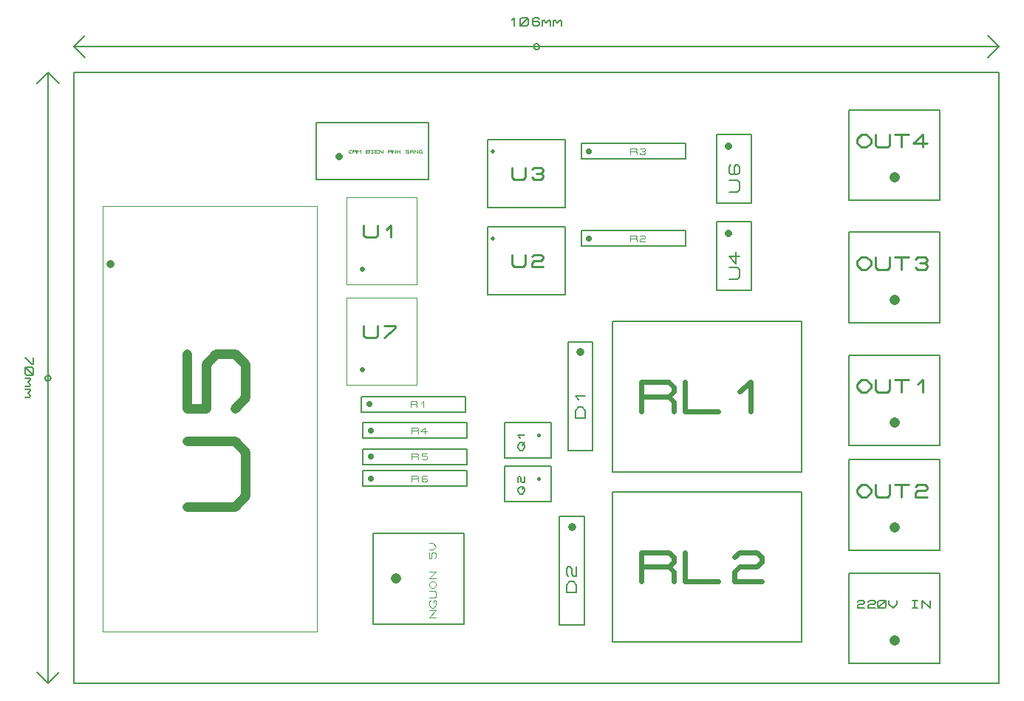
<source format=gbr>
G04 PROTEUS RS274X GERBER FILE*
%FSLAX45Y45*%
%MOMM*%
G01*
%ADD71C,0.203200*%
%ADD30C,0.711200*%
%ADD31C,0.110230*%
%ADD32C,0.406400*%
%ADD33C,0.127000*%
%ADD34C,0.557730*%
%ADD35C,0.914400*%
%ADD36C,0.186690*%
%ADD37C,1.219200*%
%ADD38C,0.238760*%
%ADD39C,0.139330*%
%ADD40C,0.812800*%
%ADD41C,0.055990*%
%ADD42C,0.050000*%
%ADD43C,1.112210*%
%ADD44C,0.122420*%
%ADD45C,0.508000*%
%ADD46C,0.226060*%
%ADD47C,0.194730*%
%ADD25C,0.100000*%
%ADD48C,0.600000*%
%ADD49C,0.227000*%
D71*
X-1888900Y-838900D02*
X-695100Y-838900D01*
X-695100Y-661100D01*
X-1888900Y-661100D01*
X-1888900Y-838900D01*
D30*
X-1800000Y-750000D02*
X-1800000Y-750000D01*
D31*
X-1328982Y-783071D02*
X-1328982Y-716930D01*
X-1266975Y-716930D01*
X-1254573Y-727953D01*
X-1254573Y-738977D01*
X-1266975Y-750000D01*
X-1328982Y-750000D01*
X-1266975Y-750000D02*
X-1254573Y-761024D01*
X-1254573Y-783071D01*
X-1155361Y-727953D02*
X-1167763Y-716930D01*
X-1204967Y-716930D01*
X-1217369Y-727953D01*
X-1217369Y-772048D01*
X-1204967Y-783071D01*
X-1167763Y-783071D01*
X-1155361Y-772048D01*
X-1155361Y-761024D01*
X-1167763Y-750000D01*
X-1217369Y-750000D01*
D71*
X-1888900Y-588900D02*
X-695100Y-588900D01*
X-695100Y-411100D01*
X-1888900Y-411100D01*
X-1888900Y-588900D01*
D30*
X-1800000Y-500000D02*
X-1800000Y-500000D01*
D31*
X-1328982Y-533071D02*
X-1328982Y-466930D01*
X-1266975Y-466930D01*
X-1254573Y-477953D01*
X-1254573Y-488977D01*
X-1266975Y-500000D01*
X-1328982Y-500000D01*
X-1266975Y-500000D02*
X-1254573Y-511024D01*
X-1254573Y-533071D01*
X-1155361Y-466930D02*
X-1217369Y-466930D01*
X-1217369Y-488977D01*
X-1167763Y-488977D01*
X-1155361Y-500000D01*
X-1155361Y-522048D01*
X-1167763Y-533071D01*
X-1204967Y-533071D01*
X-1217369Y-522048D01*
D71*
X-264160Y-514160D02*
X+264160Y-514160D01*
X+264160Y-112840D01*
X-264160Y-112840D01*
X-264160Y-514160D01*
D32*
X+127000Y-250000D02*
X+127000Y-250000D01*
D33*
X-91440Y-427800D02*
X-116840Y-399225D01*
X-116840Y-370650D01*
X-91440Y-342075D01*
X-66040Y-342075D01*
X-40640Y-370650D01*
X-40640Y-399225D01*
X-66040Y-427800D01*
X-91440Y-427800D01*
X-66040Y-370650D02*
X-40640Y-342075D01*
X-91440Y-284925D02*
X-116840Y-256350D01*
X-40640Y-256350D01*
D71*
X-264160Y-1014160D02*
X+264160Y-1014160D01*
X+264160Y-612840D01*
X-264160Y-612840D01*
X-264160Y-1014160D01*
D32*
X+127000Y-750000D02*
X+127000Y-750000D01*
D33*
X-91440Y-927800D02*
X-116840Y-899225D01*
X-116840Y-870650D01*
X-91440Y-842075D01*
X-66040Y-842075D01*
X-40640Y-870650D01*
X-40640Y-899225D01*
X-66040Y-927800D01*
X-91440Y-927800D01*
X-66040Y-870650D02*
X-40640Y-842075D01*
X-104140Y-799213D02*
X-116840Y-784925D01*
X-116840Y-742063D01*
X-104140Y-727775D01*
X-91440Y-727775D01*
X-78740Y-742063D01*
X-78740Y-784925D01*
X-66040Y-799213D01*
X-40640Y-799213D01*
X-40640Y-727775D01*
D71*
X+966840Y-673160D02*
X+3137160Y-673160D01*
X+3137160Y+1047160D01*
X+966840Y+1047160D01*
X+966840Y-673160D01*
D34*
X+1299062Y+19680D02*
X+1299062Y+354320D01*
X+1612786Y+354320D01*
X+1675531Y+298547D01*
X+1675531Y+242773D01*
X+1612786Y+187000D01*
X+1299062Y+187000D01*
X+1612786Y+187000D02*
X+1675531Y+131227D01*
X+1675531Y+19680D01*
X+1801021Y+354320D02*
X+1801021Y+19680D01*
X+2177490Y+19680D01*
X+2428469Y+242773D02*
X+2553959Y+354320D01*
X+2553959Y+19680D01*
D71*
X+966840Y-2623160D02*
X+3137160Y-2623160D01*
X+3137160Y-902840D01*
X+966840Y-902840D01*
X+966840Y-2623160D01*
D34*
X+1299062Y-1930320D02*
X+1299062Y-1595680D01*
X+1612786Y-1595680D01*
X+1675531Y-1651453D01*
X+1675531Y-1707227D01*
X+1612786Y-1763000D01*
X+1299062Y-1763000D01*
X+1612786Y-1763000D02*
X+1675531Y-1818773D01*
X+1675531Y-1930320D01*
X+1801021Y-1595680D02*
X+1801021Y-1930320D01*
X+2177490Y-1930320D01*
X+2365724Y-1651453D02*
X+2428469Y-1595680D01*
X+2616704Y-1595680D01*
X+2679449Y-1651453D01*
X+2679449Y-1707227D01*
X+2616704Y-1763000D01*
X+2428469Y-1763000D01*
X+2365724Y-1818773D01*
X+2365724Y-1930320D01*
X+2679449Y-1930320D01*
D71*
X+457760Y-430300D02*
X+744780Y-430300D01*
X+744780Y+814300D01*
X+457760Y+814300D01*
X+457760Y-430300D01*
D35*
X+600000Y+700000D02*
X+600000Y+700000D01*
D36*
X+657277Y-56031D02*
X+545263Y-56031D01*
X+545263Y+27979D01*
X+582601Y+69984D01*
X+619939Y+69984D01*
X+657277Y+27979D01*
X+657277Y-56031D01*
X+582601Y+153995D02*
X+545263Y+196000D01*
X+657277Y+196000D01*
D71*
X+357760Y-2430300D02*
X+644780Y-2430300D01*
X+644780Y-1185700D01*
X+357760Y-1185700D01*
X+357760Y-2430300D01*
D35*
X+500000Y-1300000D02*
X+500000Y-1300000D01*
D36*
X+557277Y-2056031D02*
X+445263Y-2056031D01*
X+445263Y-1972021D01*
X+482601Y-1930016D01*
X+519939Y-1930016D01*
X+557277Y-1972021D01*
X+557277Y-2056031D01*
X+463932Y-1867008D02*
X+445263Y-1846005D01*
X+445263Y-1782997D01*
X+463932Y-1761995D01*
X+482601Y-1761995D01*
X+501270Y-1782997D01*
X+501270Y-1846005D01*
X+519939Y-1867008D01*
X+557277Y-1867008D01*
X+557277Y-1761995D01*
D71*
X+3681840Y-372160D02*
X+4718160Y-372160D01*
X+4718160Y+664160D01*
X+3681840Y+664160D01*
X+3681840Y-372160D01*
D37*
X+4200000Y-108000D02*
X+4200000Y-108000D01*
D38*
X+3770232Y+332436D02*
X+3823953Y+380188D01*
X+3877674Y+380188D01*
X+3931395Y+332436D01*
X+3931395Y+284684D01*
X+3877674Y+236932D01*
X+3823953Y+236932D01*
X+3770232Y+284684D01*
X+3770232Y+332436D01*
X+3985116Y+380188D02*
X+3985116Y+260808D01*
X+4011976Y+236932D01*
X+4119418Y+236932D01*
X+4146279Y+260808D01*
X+4146279Y+380188D01*
X+4200000Y+380188D02*
X+4361163Y+380188D01*
X+4280581Y+380188D02*
X+4280581Y+236932D01*
X+4468605Y+332436D02*
X+4522326Y+380188D01*
X+4522326Y+236932D01*
D71*
X+3681840Y-1572160D02*
X+4718160Y-1572160D01*
X+4718160Y-535840D01*
X+3681840Y-535840D01*
X+3681840Y-1572160D01*
D37*
X+4200000Y-1308000D02*
X+4200000Y-1308000D01*
D38*
X+3770232Y-867564D02*
X+3823953Y-819812D01*
X+3877674Y-819812D01*
X+3931395Y-867564D01*
X+3931395Y-915316D01*
X+3877674Y-963068D01*
X+3823953Y-963068D01*
X+3770232Y-915316D01*
X+3770232Y-867564D01*
X+3985116Y-819812D02*
X+3985116Y-939192D01*
X+4011976Y-963068D01*
X+4119418Y-963068D01*
X+4146279Y-939192D01*
X+4146279Y-819812D01*
X+4200000Y-819812D02*
X+4361163Y-819812D01*
X+4280581Y-819812D02*
X+4280581Y-963068D01*
X+4441744Y-843688D02*
X+4468605Y-819812D01*
X+4549186Y-819812D01*
X+4576047Y-843688D01*
X+4576047Y-867564D01*
X+4549186Y-891440D01*
X+4468605Y-891440D01*
X+4441744Y-915316D01*
X+4441744Y-963068D01*
X+4576047Y-963068D01*
D71*
X+3681840Y-2872160D02*
X+4718160Y-2872160D01*
X+4718160Y-1835840D01*
X+3681840Y-1835840D01*
X+3681840Y-2872160D01*
D37*
X+4200000Y-2608000D02*
X+4200000Y-2608000D01*
D39*
X+3776765Y-2163573D02*
X+3792440Y-2149639D01*
X+3839466Y-2149639D01*
X+3855142Y-2163573D01*
X+3855142Y-2177506D01*
X+3839466Y-2191440D01*
X+3792440Y-2191440D01*
X+3776765Y-2205374D01*
X+3776765Y-2233241D01*
X+3855142Y-2233241D01*
X+3902168Y-2163573D02*
X+3917843Y-2149639D01*
X+3964869Y-2149639D01*
X+3980545Y-2163573D01*
X+3980545Y-2177506D01*
X+3964869Y-2191440D01*
X+3917843Y-2191440D01*
X+3902168Y-2205374D01*
X+3902168Y-2233241D01*
X+3980545Y-2233241D01*
X+4011896Y-2219307D02*
X+4011896Y-2163573D01*
X+4027571Y-2149639D01*
X+4090272Y-2149639D01*
X+4105948Y-2163573D01*
X+4105948Y-2219307D01*
X+4090272Y-2233241D01*
X+4027571Y-2233241D01*
X+4011896Y-2219307D01*
X+4011896Y-2233241D02*
X+4105948Y-2149639D01*
X+4137299Y-2149639D02*
X+4137299Y-2191440D01*
X+4184325Y-2233241D01*
X+4231351Y-2191440D01*
X+4231351Y-2149639D01*
X+4403780Y-2149639D02*
X+4466481Y-2149639D01*
X+4435131Y-2149639D02*
X+4435131Y-2233241D01*
X+4403780Y-2233241D02*
X+4466481Y-2233241D01*
X+4513508Y-2233241D02*
X+4513508Y-2149639D01*
X+4607560Y-2233241D01*
X+4607560Y-2149639D01*
D71*
X-2426160Y+2673840D02*
X-1135840Y+2673840D01*
X-1135840Y+3329160D01*
X-2426160Y+3329160D01*
X-2426160Y+2673840D01*
D40*
X-2162000Y+2938000D02*
X-2162000Y+2938000D01*
D41*
X-2019130Y+2990302D02*
X-2025429Y+2984703D01*
X-2044326Y+2984703D01*
X-2056923Y+2995901D01*
X-2056923Y+3007099D01*
X-2044326Y+3018297D01*
X-2025429Y+3018297D01*
X-2019130Y+3012698D01*
X-2006532Y+2984703D02*
X-2006532Y+3007099D01*
X-1993935Y+3018297D01*
X-1981337Y+3018297D01*
X-1968739Y+3007099D01*
X-1968739Y+2984703D01*
X-2006532Y+2995901D02*
X-1968739Y+2995901D01*
X-1956141Y+2984703D02*
X-1956141Y+3018297D01*
X-1937245Y+3001500D01*
X-1918348Y+3018297D01*
X-1918348Y+2984703D01*
X-1855359Y+2984703D02*
X-1855359Y+3018297D01*
X-1823865Y+3018297D01*
X-1817566Y+3012698D01*
X-1817566Y+3007099D01*
X-1823865Y+3001500D01*
X-1817566Y+2995901D01*
X-1817566Y+2990302D01*
X-1823865Y+2984703D01*
X-1855359Y+2984703D01*
X-1855359Y+3001500D02*
X-1823865Y+3001500D01*
X-1798670Y+3018297D02*
X-1773474Y+3018297D01*
X-1786072Y+3018297D02*
X-1786072Y+2984703D01*
X-1798670Y+2984703D02*
X-1773474Y+2984703D01*
X-1716784Y+2984703D02*
X-1754577Y+2984703D01*
X-1754577Y+3018297D01*
X-1716784Y+3018297D01*
X-1754577Y+3001500D02*
X-1729382Y+3001500D01*
X-1704186Y+2984703D02*
X-1704186Y+3018297D01*
X-1666393Y+2984703D01*
X-1666393Y+3018297D01*
X-1603404Y+2984703D02*
X-1603404Y+3007099D01*
X-1590807Y+3018297D01*
X-1578209Y+3018297D01*
X-1565611Y+3007099D01*
X-1565611Y+2984703D01*
X-1603404Y+2995901D02*
X-1565611Y+2995901D01*
X-1553013Y+2984703D02*
X-1553013Y+3018297D01*
X-1515220Y+2984703D01*
X-1515220Y+3018297D01*
X-1502622Y+2984703D02*
X-1502622Y+3018297D01*
X-1464829Y+3018297D02*
X-1464829Y+2984703D01*
X-1502622Y+3001500D02*
X-1464829Y+3001500D01*
X-1401840Y+2990302D02*
X-1395542Y+2984703D01*
X-1370346Y+2984703D01*
X-1364047Y+2990302D01*
X-1364047Y+2995901D01*
X-1370346Y+3001500D01*
X-1395542Y+3001500D01*
X-1401840Y+3007099D01*
X-1401840Y+3012698D01*
X-1395542Y+3018297D01*
X-1370346Y+3018297D01*
X-1364047Y+3012698D01*
X-1351449Y+2984703D02*
X-1351449Y+3007099D01*
X-1338852Y+3018297D01*
X-1326254Y+3018297D01*
X-1313656Y+3007099D01*
X-1313656Y+2984703D01*
X-1351449Y+2995901D02*
X-1313656Y+2995901D01*
X-1301058Y+2984703D02*
X-1301058Y+3018297D01*
X-1263265Y+2984703D01*
X-1263265Y+3018297D01*
X-1225472Y+2995901D02*
X-1212874Y+2995901D01*
X-1212874Y+2984703D01*
X-1238070Y+2984703D01*
X-1250667Y+2995901D01*
X-1250667Y+3007099D01*
X-1238070Y+3018297D01*
X-1219173Y+3018297D01*
X-1212874Y+3012698D01*
D42*
X-4873000Y-2508000D02*
X-2413000Y-2508000D01*
X-2413000Y+2368000D01*
X-4873000Y+2368000D01*
X-4873000Y-2508000D01*
D35*
X-4786000Y+1708000D02*
X-4786000Y+1708000D01*
D43*
X-3909054Y-1070991D02*
X-3352947Y-1070991D01*
X-3241726Y-945868D01*
X-3241726Y-445372D01*
X-3352947Y-320248D01*
X-3909054Y-320248D01*
X-3909054Y+680743D02*
X-3909054Y+55123D01*
X-3686611Y+55123D01*
X-3686611Y+555619D01*
X-3575390Y+680743D01*
X-3352947Y+680743D01*
X-3241726Y+555619D01*
X-3241726Y+180247D01*
X-3352947Y+55123D01*
D71*
X-1772160Y-2418160D02*
X-735840Y-2418160D01*
X-735840Y-1381840D01*
X-1772160Y-1381840D01*
X-1772160Y-2418160D01*
D37*
X-1508000Y-1900000D02*
X-1508000Y-1900000D01*
D44*
X-1054711Y-2340740D02*
X-1128168Y-2340740D01*
X-1054711Y-2258102D01*
X-1128168Y-2258102D01*
X-1079197Y-2175463D02*
X-1079197Y-2147917D01*
X-1054711Y-2147917D01*
X-1054711Y-2203009D01*
X-1079197Y-2230555D01*
X-1103682Y-2230555D01*
X-1128168Y-2203009D01*
X-1128168Y-2161690D01*
X-1115925Y-2147917D01*
X-1128168Y-2120370D02*
X-1066954Y-2120370D01*
X-1054711Y-2106597D01*
X-1054711Y-2051505D01*
X-1066954Y-2037732D01*
X-1128168Y-2037732D01*
X-1103682Y-2010185D02*
X-1128168Y-1982639D01*
X-1128168Y-1955093D01*
X-1103682Y-1927547D01*
X-1079197Y-1927547D01*
X-1054711Y-1955093D01*
X-1054711Y-1982639D01*
X-1079197Y-2010185D01*
X-1103682Y-2010185D01*
X-1054711Y-1900000D02*
X-1128168Y-1900000D01*
X-1054711Y-1817362D01*
X-1128168Y-1817362D01*
X-1128168Y-1596992D02*
X-1128168Y-1665857D01*
X-1103682Y-1665857D01*
X-1103682Y-1610765D01*
X-1091440Y-1596992D01*
X-1066954Y-1596992D01*
X-1054711Y-1610765D01*
X-1054711Y-1652084D01*
X-1066954Y-1665857D01*
X-1128168Y-1569445D02*
X-1091440Y-1569445D01*
X-1054711Y-1528126D01*
X-1091440Y-1486807D01*
X-1128168Y-1486807D01*
D71*
X-1904900Y+11100D02*
X-711100Y+11100D01*
X-711100Y+188900D01*
X-1904900Y+188900D01*
X-1904900Y+11100D01*
D30*
X-1816000Y+100000D02*
X-1816000Y+100000D01*
D31*
X-1344982Y+66929D02*
X-1344982Y+133070D01*
X-1282975Y+133070D01*
X-1270573Y+122047D01*
X-1270573Y+111023D01*
X-1282975Y+100000D01*
X-1344982Y+100000D01*
X-1282975Y+100000D02*
X-1270573Y+88976D01*
X-1270573Y+66929D01*
X-1220967Y+111023D02*
X-1196164Y+133070D01*
X-1196164Y+66929D01*
D71*
X-1888900Y-288900D02*
X-695100Y-288900D01*
X-695100Y-111100D01*
X-1888900Y-111100D01*
X-1888900Y-288900D01*
D30*
X-1800000Y-200000D02*
X-1800000Y-200000D01*
D31*
X-1328982Y-233071D02*
X-1328982Y-166930D01*
X-1266975Y-166930D01*
X-1254573Y-177953D01*
X-1254573Y-188977D01*
X-1266975Y-200000D01*
X-1328982Y-200000D01*
X-1266975Y-200000D02*
X-1254573Y-211024D01*
X-1254573Y-233071D01*
X-1155361Y-211024D02*
X-1229770Y-211024D01*
X-1180164Y-166930D01*
X-1180164Y-233071D01*
D71*
X-463500Y+1354840D02*
X+425500Y+1354840D01*
X+425500Y+2137160D01*
X-463500Y+2137160D01*
X-463500Y+1354840D01*
D45*
X-400000Y+2000000D02*
X-400000Y+2000000D01*
D46*
X-178004Y+1813818D02*
X-178004Y+1700788D01*
X-152573Y+1678182D01*
X-50846Y+1678182D01*
X-25414Y+1700788D01*
X-25414Y+1813818D01*
X+50881Y+1791212D02*
X+76313Y+1813818D01*
X+152608Y+1813818D01*
X+178040Y+1791212D01*
X+178040Y+1768606D01*
X+152608Y+1746000D01*
X+76313Y+1746000D01*
X+50881Y+1723394D01*
X+50881Y+1678182D01*
X+178040Y+1678182D01*
D71*
X-463500Y+2354840D02*
X+425500Y+2354840D01*
X+425500Y+3137160D01*
X-463500Y+3137160D01*
X-463500Y+2354840D01*
D45*
X-400000Y+3000000D02*
X-400000Y+3000000D01*
D46*
X-178004Y+2813818D02*
X-178004Y+2700788D01*
X-152573Y+2678182D01*
X-50846Y+2678182D01*
X-25414Y+2700788D01*
X-25414Y+2813818D01*
X+50881Y+2791212D02*
X+76313Y+2813818D01*
X+152608Y+2813818D01*
X+178040Y+2791212D01*
X+178040Y+2768606D01*
X+152608Y+2746000D01*
X+178040Y+2723394D01*
X+178040Y+2700788D01*
X+152608Y+2678182D01*
X+76313Y+2678182D01*
X+50881Y+2700788D01*
X+101745Y+2746000D02*
X+152608Y+2746000D01*
D71*
X+611100Y+1911100D02*
X+1804900Y+1911100D01*
X+1804900Y+2088900D01*
X+611100Y+2088900D01*
X+611100Y+1911100D01*
D30*
X+700000Y+2000000D02*
X+700000Y+2000000D01*
D31*
X+1171018Y+1966929D02*
X+1171018Y+2033070D01*
X+1233025Y+2033070D01*
X+1245427Y+2022047D01*
X+1245427Y+2011023D01*
X+1233025Y+2000000D01*
X+1171018Y+2000000D01*
X+1233025Y+2000000D02*
X+1245427Y+1988976D01*
X+1245427Y+1966929D01*
X+1282631Y+2022047D02*
X+1295033Y+2033070D01*
X+1332237Y+2033070D01*
X+1344639Y+2022047D01*
X+1344639Y+2011023D01*
X+1332237Y+2000000D01*
X+1295033Y+2000000D01*
X+1282631Y+1988976D01*
X+1282631Y+1966929D01*
X+1344639Y+1966929D01*
D71*
X+611100Y+2911100D02*
X+1804900Y+2911100D01*
X+1804900Y+3088900D01*
X+611100Y+3088900D01*
X+611100Y+2911100D01*
D30*
X+700000Y+3000000D02*
X+700000Y+3000000D01*
D31*
X+1171018Y+2966929D02*
X+1171018Y+3033070D01*
X+1233025Y+3033070D01*
X+1245427Y+3022047D01*
X+1245427Y+3011023D01*
X+1233025Y+3000000D01*
X+1171018Y+3000000D01*
X+1233025Y+3000000D02*
X+1245427Y+2988976D01*
X+1245427Y+2966929D01*
X+1282631Y+3022047D02*
X+1295033Y+3033070D01*
X+1332237Y+3033070D01*
X+1344639Y+3022047D01*
X+1344639Y+3011023D01*
X+1332237Y+3000000D01*
X+1344639Y+2988976D01*
X+1344639Y+2977952D01*
X+1332237Y+2966929D01*
X+1295033Y+2966929D01*
X+1282631Y+2977952D01*
X+1307434Y+3000000D02*
X+1332237Y+3000000D01*
D71*
X+2162840Y+1408840D02*
X+2564160Y+1408840D01*
X+2564160Y+2191160D01*
X+2162840Y+2191160D01*
X+2162840Y+1408840D01*
D40*
X+2300000Y+2054000D02*
X+2300000Y+2054000D01*
D47*
X+2305080Y+1535841D02*
X+2402447Y+1535841D01*
X+2421920Y+1557748D01*
X+2421920Y+1645377D01*
X+2402447Y+1667285D01*
X+2305080Y+1667285D01*
X+2382973Y+1842544D02*
X+2382973Y+1711100D01*
X+2305080Y+1798729D01*
X+2421920Y+1798729D01*
D71*
X+2162840Y+2408840D02*
X+2564160Y+2408840D01*
X+2564160Y+3191160D01*
X+2162840Y+3191160D01*
X+2162840Y+2408840D01*
D40*
X+2300000Y+3054000D02*
X+2300000Y+3054000D01*
D47*
X+2305080Y+2535841D02*
X+2402447Y+2535841D01*
X+2421920Y+2557748D01*
X+2421920Y+2645377D01*
X+2402447Y+2667285D01*
X+2305080Y+2667285D01*
X+2324553Y+2842544D02*
X+2305080Y+2820636D01*
X+2305080Y+2754914D01*
X+2324553Y+2733007D01*
X+2402447Y+2733007D01*
X+2421920Y+2754914D01*
X+2421920Y+2820636D01*
X+2402447Y+2842544D01*
X+2382973Y+2842544D01*
X+2363500Y+2820636D01*
X+2363500Y+2733007D01*
D71*
X+3681840Y+1035840D02*
X+4718160Y+1035840D01*
X+4718160Y+2072160D01*
X+3681840Y+2072160D01*
X+3681840Y+1035840D01*
D37*
X+4200000Y+1300000D02*
X+4200000Y+1300000D01*
D38*
X+3770232Y+1740436D02*
X+3823953Y+1788188D01*
X+3877674Y+1788188D01*
X+3931395Y+1740436D01*
X+3931395Y+1692684D01*
X+3877674Y+1644932D01*
X+3823953Y+1644932D01*
X+3770232Y+1692684D01*
X+3770232Y+1740436D01*
X+3985116Y+1788188D02*
X+3985116Y+1668808D01*
X+4011976Y+1644932D01*
X+4119418Y+1644932D01*
X+4146279Y+1668808D01*
X+4146279Y+1788188D01*
X+4200000Y+1788188D02*
X+4361163Y+1788188D01*
X+4280581Y+1788188D02*
X+4280581Y+1644932D01*
X+4441744Y+1764312D02*
X+4468605Y+1788188D01*
X+4549186Y+1788188D01*
X+4576047Y+1764312D01*
X+4576047Y+1740436D01*
X+4549186Y+1716560D01*
X+4576047Y+1692684D01*
X+4576047Y+1668808D01*
X+4549186Y+1644932D01*
X+4468605Y+1644932D01*
X+4441744Y+1668808D01*
X+4495465Y+1716560D02*
X+4549186Y+1716560D01*
D71*
X+3681840Y+2435840D02*
X+4718160Y+2435840D01*
X+4718160Y+3472160D01*
X+3681840Y+3472160D01*
X+3681840Y+2435840D01*
D37*
X+4200000Y+2700000D02*
X+4200000Y+2700000D01*
D38*
X+3770232Y+3140436D02*
X+3823953Y+3188188D01*
X+3877674Y+3188188D01*
X+3931395Y+3140436D01*
X+3931395Y+3092684D01*
X+3877674Y+3044932D01*
X+3823953Y+3044932D01*
X+3770232Y+3092684D01*
X+3770232Y+3140436D01*
X+3985116Y+3188188D02*
X+3985116Y+3068808D01*
X+4011976Y+3044932D01*
X+4119418Y+3044932D01*
X+4146279Y+3068808D01*
X+4146279Y+3188188D01*
X+4200000Y+3188188D02*
X+4361163Y+3188188D01*
X+4280581Y+3188188D02*
X+4280581Y+3044932D01*
X+4576047Y+3092684D02*
X+4414884Y+3092684D01*
X+4522326Y+3188188D01*
X+4522326Y+3044932D01*
D71*
X-5200000Y-3100000D02*
X+5400000Y-3100000D01*
X+5400000Y+3900000D01*
X-5200000Y+3900000D01*
X-5200000Y-3100000D01*
D25*
X-2075000Y+1475000D02*
X-1275000Y+1475000D01*
X-1275000Y+2475000D01*
X-2075000Y+2475000D01*
X-2075000Y+1475000D01*
D48*
X-1900000Y+1650000D02*
X-1900000Y+1650000D01*
D49*
X-1879301Y+2148100D02*
X-1879301Y+2034599D01*
X-1853764Y+2011899D01*
X-1751613Y+2011899D01*
X-1726076Y+2034599D01*
X-1726076Y+2148100D01*
X-1623925Y+2102700D02*
X-1572850Y+2148100D01*
X-1572850Y+2011899D01*
D25*
X-2075000Y+325000D02*
X-1275000Y+325000D01*
X-1275000Y+1325000D01*
X-2075000Y+1325000D01*
X-2075000Y+325000D01*
D48*
X-1900000Y+500000D02*
X-1900000Y+500000D01*
D49*
X-1879301Y+998100D02*
X-1879301Y+884599D01*
X-1853764Y+861899D01*
X-1751613Y+861899D01*
X-1726076Y+884599D01*
X-1726076Y+998100D01*
X-1649463Y+998100D02*
X-1521775Y+998100D01*
X-1521775Y+975400D01*
X-1649463Y+861899D01*
D71*
X-5500000Y+3900000D02*
X-5500000Y-3100000D01*
X-5500000Y+3900000D02*
X-5627000Y+3773000D01*
X-5500000Y+3900000D02*
X-5373000Y+3773000D01*
X-5500000Y-3100000D02*
X-5373000Y-2973000D01*
X-5500000Y-3100000D02*
X-5627000Y-2973000D01*
X-5468250Y+400000D02*
X-5468359Y+402634D01*
X-5469249Y+407903D01*
X-5471111Y+413172D01*
X-5474154Y+418441D01*
X-5478809Y+423643D01*
X-5484078Y+427469D01*
X-5489347Y+429909D01*
X-5494616Y+431290D01*
X-5499885Y+431750D01*
X-5500000Y+431750D01*
X-5531750Y+400000D02*
X-5531641Y+402634D01*
X-5530751Y+407903D01*
X-5528889Y+413172D01*
X-5525846Y+418441D01*
X-5521191Y+423643D01*
X-5515922Y+427469D01*
X-5510653Y+429909D01*
X-5505384Y+431290D01*
X-5500115Y+431750D01*
X-5500000Y+431750D01*
X-5531750Y+400000D02*
X-5531641Y+397366D01*
X-5530751Y+392097D01*
X-5528889Y+386828D01*
X-5525846Y+381559D01*
X-5521191Y+376357D01*
X-5515922Y+372531D01*
X-5510653Y+370091D01*
X-5505384Y+368710D01*
X-5500115Y+368250D01*
X-5500000Y+368250D01*
X-5468250Y+400000D02*
X-5468359Y+397366D01*
X-5469249Y+392097D01*
X-5471111Y+386828D01*
X-5474154Y+381559D01*
X-5478809Y+376357D01*
X-5484078Y+372531D01*
X-5489347Y+370091D01*
X-5494616Y+368710D01*
X-5499885Y+368250D01*
X-5500000Y+368250D01*
X-5667920Y+638125D02*
X-5667920Y+558750D01*
X-5683160Y+558750D01*
X-5759360Y+638125D01*
X-5744120Y+527000D02*
X-5683160Y+527000D01*
X-5667920Y+511125D01*
X-5667920Y+447625D01*
X-5683160Y+431750D01*
X-5744120Y+431750D01*
X-5759360Y+447625D01*
X-5759360Y+511125D01*
X-5744120Y+527000D01*
X-5759360Y+527000D02*
X-5667920Y+431750D01*
X-5759360Y+400000D02*
X-5698400Y+400000D01*
X-5713640Y+400000D02*
X-5698400Y+384125D01*
X-5728880Y+352375D01*
X-5698400Y+320625D01*
X-5713640Y+304750D01*
X-5759360Y+304750D01*
X-5759360Y+273000D02*
X-5698400Y+273000D01*
X-5713640Y+273000D02*
X-5698400Y+257125D01*
X-5728880Y+225375D01*
X-5698400Y+193625D01*
X-5713640Y+177750D01*
X-5759360Y+177750D01*
X-5200000Y+4200000D02*
X+5400000Y+4200000D01*
X-5200000Y+4200000D02*
X-5073000Y+4073000D01*
X-5200000Y+4200000D02*
X-5073000Y+4327000D01*
X+5400000Y+4200000D02*
X+5273000Y+4327000D01*
X+5400000Y+4200000D02*
X+5273000Y+4073000D01*
X+131750Y+4200000D02*
X+131641Y+4202634D01*
X+130751Y+4207903D01*
X+128889Y+4213172D01*
X+125846Y+4218441D01*
X+121191Y+4223643D01*
X+115922Y+4227469D01*
X+110653Y+4229909D01*
X+105384Y+4231290D01*
X+100115Y+4231750D01*
X+100000Y+4231750D01*
X+68250Y+4200000D02*
X+68359Y+4202634D01*
X+69249Y+4207903D01*
X+71111Y+4213172D01*
X+74154Y+4218441D01*
X+78809Y+4223643D01*
X+84078Y+4227469D01*
X+89347Y+4229909D01*
X+94616Y+4231290D01*
X+99885Y+4231750D01*
X+100000Y+4231750D01*
X+68250Y+4200000D02*
X+68359Y+4197366D01*
X+69249Y+4192097D01*
X+71111Y+4186828D01*
X+74154Y+4181559D01*
X+78809Y+4176357D01*
X+84078Y+4172531D01*
X+89347Y+4170091D01*
X+94616Y+4168710D01*
X+99885Y+4168250D01*
X+100000Y+4168250D01*
X+131750Y+4200000D02*
X+131641Y+4197366D01*
X+130751Y+4192097D01*
X+128889Y+4186828D01*
X+125846Y+4181559D01*
X+121191Y+4176357D01*
X+115922Y+4172531D01*
X+110653Y+4170091D01*
X+105384Y+4168710D01*
X+100115Y+4168250D01*
X+100000Y+4168250D01*
X-185750Y+4501600D02*
X-154000Y+4532080D01*
X-154000Y+4440640D01*
X-90500Y+4455880D02*
X-90500Y+4516840D01*
X-74625Y+4532080D01*
X-11125Y+4532080D01*
X+4750Y+4516840D01*
X+4750Y+4455880D01*
X-11125Y+4440640D01*
X-74625Y+4440640D01*
X-90500Y+4455880D01*
X-90500Y+4440640D02*
X+4750Y+4532080D01*
X+131750Y+4516840D02*
X+115875Y+4532080D01*
X+68250Y+4532080D01*
X+52375Y+4516840D01*
X+52375Y+4455880D01*
X+68250Y+4440640D01*
X+115875Y+4440640D01*
X+131750Y+4455880D01*
X+131750Y+4471120D01*
X+115875Y+4486360D01*
X+52375Y+4486360D01*
X+163500Y+4440640D02*
X+163500Y+4501600D01*
X+163500Y+4486360D02*
X+179375Y+4501600D01*
X+211125Y+4471120D01*
X+242875Y+4501600D01*
X+258750Y+4486360D01*
X+258750Y+4440640D01*
X+290500Y+4440640D02*
X+290500Y+4501600D01*
X+290500Y+4486360D02*
X+306375Y+4501600D01*
X+338125Y+4471120D01*
X+369875Y+4501600D01*
X+385750Y+4486360D01*
X+385750Y+4440640D01*
M02*

</source>
